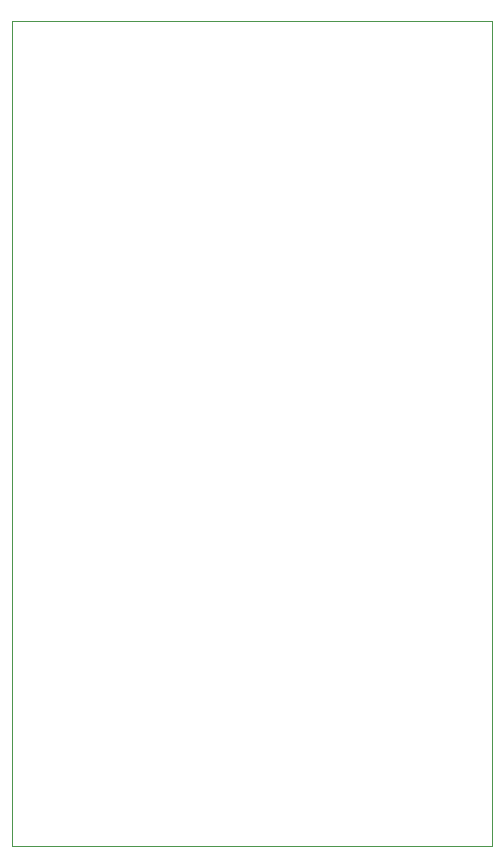
<source format=gbr>
%TF.GenerationSoftware,KiCad,Pcbnew,(5.1.10)-1*%
%TF.CreationDate,2021-08-17T16:01:40+03:00*%
%TF.ProjectId,Lamls_Type3,4c616d6c-735f-4547-9970-65332e6b6963,rev?*%
%TF.SameCoordinates,Original*%
%TF.FileFunction,Profile,NP*%
%FSLAX46Y46*%
G04 Gerber Fmt 4.6, Leading zero omitted, Abs format (unit mm)*
G04 Created by KiCad (PCBNEW (5.1.10)-1) date 2021-08-17 16:01:40*
%MOMM*%
%LPD*%
G01*
G04 APERTURE LIST*
%TA.AperFunction,Profile*%
%ADD10C,0.050000*%
%TD*%
G04 APERTURE END LIST*
D10*
X144780000Y-60960000D02*
X185420000Y-60960000D01*
X144780000Y-130810000D02*
X144780000Y-60960000D01*
X185420000Y-130810000D02*
X144780000Y-130810000D01*
X185420000Y-60960000D02*
X185420000Y-130810000D01*
M02*

</source>
